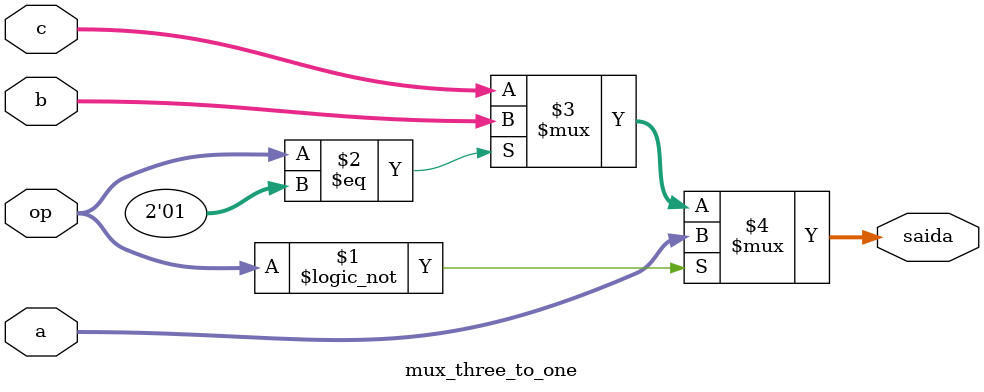
<source format=v>

module mux_three_to_one (
    input [1:0] op, 
    input [9:0] a,
    input [9:0] b, 
    input [9:0] c, 
    output [9:0] saida
);

// OP cases:
// op = 00 -> endereco = a
// op = 01 -> endereco = b
// op = 10 -> endereco = c
// op = 11 -> endereco = c

assign saida = (op == 2'b00) ? a : ((op == 2'b01)? b : c);
    
endmodule
</source>
